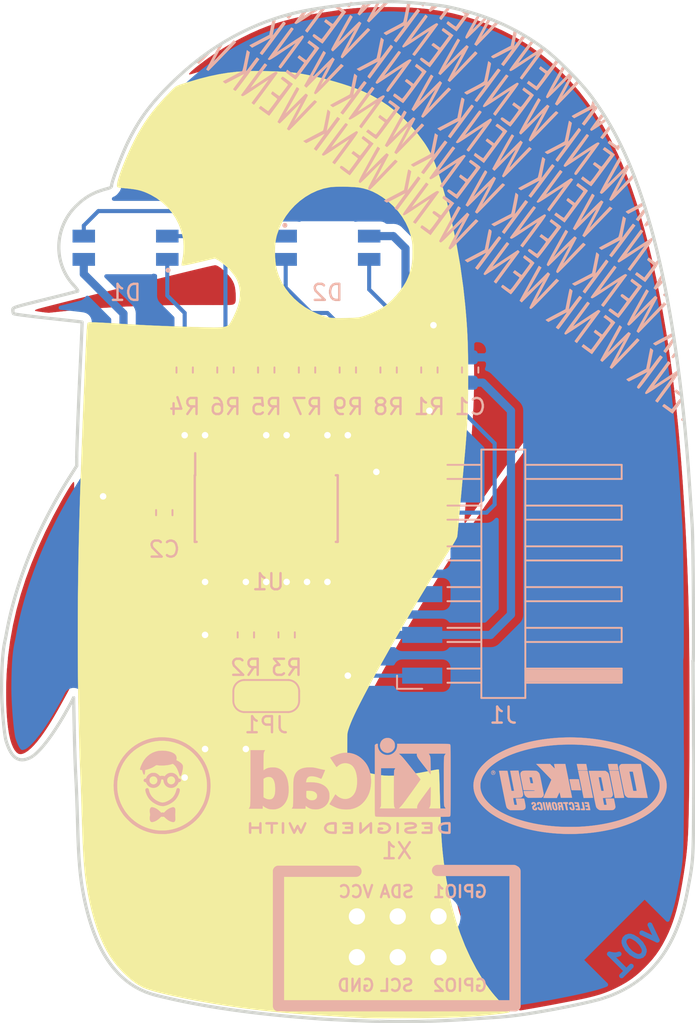
<source format=kicad_pcb>
(kicad_pcb (version 20171130) (host pcbnew "(5.1.0)-1")
  (title_block (title "Supercon 2019 Blink") (date 2019-09-30) (rev v01) (comment 2 creativecommons.org/licenses/by/4.0) (comment 3 "License: CC BY 4.0") (comment 4 "Author: Shawn Hymel"))
  (layers (0 F.Cu signal hide) (31 B.Cu signal hide) (34 B.Paste user) (35 F.Paste user) (36 B.SilkS user) (37 F.SilkS user hide) (38 B.Mask user) (39 F.Mask user hide) (44 Edge.Cuts user))
  (net 0 "")
  (net 1 VCC)
  (net 2 GND)
  (net 3 "Net-(D1-Pad4)")
  (net 4 "Net-(D1-Pad1)")
  (net 5 "Net-(D1-Pad3)")
  (net 6 "Net-(D2-Pad3)")
  (net 7 "Net-(D2-Pad1)")
  (net 8 "Net-(D2-Pad4)")
  (net 9 MISO)
  (net 10 SCK_SCL)
  (net 11 MOSI_SDA)
  (net 12 RST)
  (net 13 "Net-(JP1-Pad3)")
  (net 14 "Net-(JP1-Pad1)")
  (net 15 LED_A_RED)
  (net 16 LED_A_BLUE)
  (net 17 LED_A_GREEN)
  (net 18 LED_B_RED)
  (net 19 LED_B_BLUE)
  (net 20 LED_B_GREEN)
  (net 21 "Net-(U1-Pad12)")
  (net 22 "Net-(U1-Pad13)")
  (net 23 "Net-(X1-Pad5)")
  (net 24 "Net-(X1-Pad6)")
  (module footprints:led_sm_keepout (layer B.Cu) (at 134.747 78.74)
    (fp_text reference REF** hide)
    (fp_text value led_sm_keepout hide)
  )
  (module footprints:led_sm_keepout (layer B.Cu) (at 147.32 78.74)
    (fp_text reference REF** hide)
    (fp_text value led_sm_keepout hide)
  )
  (module footprints:gunter-back_silk (layer B.Cu) (at 148.59 95.25 180)
    (fp_text reference G*** hide)
    (fp_text value LOGO hide)
  )
  (module footprints:DigiKey-Logo_12x6mm_SilkScreen (layer B.Cu) (at 162.433 112.268 180)
    (fp_text reference G*** hide)
    (fp_text value LOGO hide)
  )
  (module Symbol:KiCad-Logo2_5mm_SilkScreen (layer B.Cu) (at 148.717 112.268 180)
    (fp_text reference REF** hide)
    (fp_text value KiCad-Logo2_5mm_SilkScreen hide)
  )
  (module footprints:Shawn-Logo_6x6mm_SilkScreen (layer B.Cu) (at 137.033 112.268 180)
    (fp_text reference G*** hide)
    (fp_text value LOGO hide)
  )
  (module footprints:gunter-outer (layer F.Cu) (at 148.59 94.996)
    (fp_text reference G*** hide)
    (fp_text value LOGO hide)
    (fp_poly (pts (xy -17.053342 -1.6249) (xy -17.048976 -1.55676) (xy -17.047651 -1.446637) (xy -17.049377 -1.292486) (xy -17.054161 -1.092265) (xy -17.062014 -0.84393) (xy -17.064647 -0.768768) (xy -17.079705 -0.312915) (xy -17.094103 0.189529) (xy -17.107784 0.73436) (xy -17.120692 1.317371) (xy -17.13277 1.934359) (xy -17.143962 2.581119) (xy -17.154212 3.253444) (xy -17.163463 3.947131) (xy -17.171658 4.657973) (xy -17.178742 5.381767) (xy -17.184657 6.114307) (xy -17.189347 6.851388) (xy -17.192756 7.588804) (xy -17.194827 8.322352) (xy -17.195501 8.974575) (xy -17.1958 10.97685) (xy -17.465447 11.476475) (xy -17.699821 11.907649) (xy -17.91512 12.296971) (xy -18.113836 12.648583) (xy -18.298463 12.966628) (xy -18.471493 13.255248) (xy -18.635417 13.518585) (xy -18.79273 13.760783) (xy -18.945923 13.985982) (xy -19.097489 14.198326) (xy -19.129336 14.241662) (xy -19.336288 14.508193) (xy -19.536348 14.738824) (xy -19.727604 14.93213) (xy -19.908143 15.086689) (xy -20.076053 15.201078) (xy -20.229421 15.273874) (xy -20.366335 15.303654) (xy -20.484882 15.288996) (xy -20.518108 15.27495) (xy -20.63509 15.189151) (xy -20.744763 15.055427) (xy -20.845987 14.876274) (xy -20.937621 14.654193) (xy -21.018525 14.39168) (xy -21.087559 14.091235) (xy -21.107655 13.983542) (xy -21.158547 13.647055) (xy -21.200582 13.267874) (xy -21.233522 12.853367) (xy -21.257129 12.410903) (xy -21.271165 11.947851) (xy -21.27539 11.471581) (xy -21.269569 10.989461) (xy -21.253461 10.508861) (xy -21.232463 10.1219) (xy -21.149062 9.168384) (xy -21.021104 8.215875) (xy -20.848129 7.262941) (xy -20.629682 6.30815) (xy -20.365304 5.350073) (xy -20.054538 4.387278) (xy -19.696925 3.418334) (xy -19.292009 2.441811) (xy -18.839332 1.456278) (xy -18.338436 0.460303) (xy -17.861227 -0.4191) (xy -17.685627 -0.729014) (xy -17.531207 -0.994738) (xy -17.398114 -1.216049) (xy -17.286492 -1.392723) (xy -17.196486 -1.524537) (xy -17.128241 -1.611268) (xy -17.081902 -1.652693) (xy -17.06074 -1.6531) (xy -17.053342 -1.6249)) (layer F.Cu) (width 0.01))
    (fp_poly (pts (xy 3.045976 -31.250136) (xy 3.515667 -31.237423) (xy 3.973624 -31.217181) (xy 4.0259 -31.214324) (xy 4.858588 -31.14446) (xy 5.685617 -31.028721) (xy 6.503412 -30.868268) (xy 7.308402 -30.664263) (xy 8.097013 -30.417868) (xy 8.865673 -30.130246) (xy 9.610807 -29.802558) (xy 10.328844 -29.435966) (xy 11.01621 -29.031633) (xy 11.296278 -28.849917) (xy 11.972108 -28.368028) (xy 12.620173 -27.843637) (xy 13.240411 -27.276819) (xy 13.832762 -26.667653) (xy 14.397166 -26.016214) (xy 14.933563 -25.322579) (xy 15.441892 -24.586825) (xy 15.922093 -23.80903) (xy 16.374107 -22.989269) (xy 16.797871 -22.12762) (xy 17.090372 -21.469804) (xy 17.386656 -20.739444) (xy 17.674307 -19.960822) (xy 17.952938 -19.135802) (xy 18.22216 -18.266248) (xy 18.481587 -17.354024) (xy 18.730833 -16.400995) (xy 18.969509 -15.409024) (xy 19.197229 -14.379976) (xy 19.413605 -13.315715) (xy 19.618252 -12.218105) (xy 19.81078 -11.089009) (xy 19.990804 -9.930293) (xy 20.157936 -8.74382) (xy 20.31179 -7.531455) (xy 20.451977 -6.295061) (xy 20.578111 -5.036503) (xy 20.63625 -4.3942) (xy 20.74671 -3.057425) (xy 20.848256 -1.682921) (xy 20.940186 -0.283095) (xy 21.021798 1.129651) (xy 21.09239 2.542911) (xy 21.151262 3.944281) (xy 21.197711 5.321357) (xy 21.209452 5.7404) (xy 21.219731 6.161611) (xy 21.22913 6.617676) (xy 21.237653 7.105421) (xy 21.245306 7.621671) (xy 21.252096 8.163252) (xy 21.258027 8.726991) (xy 21.263106 9.309712) (xy 21.267339 9.908244) (xy 21.27073 10.51941) (xy 21.273286 11.140038) (xy 21.275012 11.766953) (xy 21.275915 12.396982) (xy 21.275999 13.026949) (xy 21.275271 13.653682) (xy 21.273737 14.274006) (xy 21.271401 14.884747) (xy 21.26827 15.482732) (xy 21.26435 16.064785) (xy 21.259646 16.627734) (xy 21.254164 17.168403) (xy 21.24791 17.68362) (xy 21.240889 18.17021) (xy 21.233108 18.624999) (xy 21.224571 19.044813) (xy 21.215285 19.426478) (xy 21.205255 19.76682) (xy 21.194487 20.062666) (xy 21.183175 20.3073) (xy 21.162534 20.660127) (xy 21.138735 20.989609) (xy 21.110502 21.307495) (xy 21.076559 21.625535) (xy 21.035631 21.955478) (xy 20.986442 22.309076) (xy 20.927716 22.698078) (xy 20.914299 22.7838) (xy 20.825387 23.325494) (xy 20.735944 23.821245) (xy 20.644616 24.275903) (xy 20.550046 24.694316) (xy 20.45088 25.081335) (xy 20.34576 25.441811) (xy 20.233332 25.780591) (xy 20.11224 26.102527) (xy 19.981129 26.412468) (xy 19.838642 26.715264) (xy 19.786099 26.819931) (xy 19.591193 27.183267) (xy 19.394428 27.508877) (xy 19.186681 27.809316) (xy 18.95883 28.097136) (xy 18.701752 28.38489) (xy 18.492112 28.6004) (xy 18.199052 28.880457) (xy 17.915478 29.123971) (xy 17.628692 29.340099) (xy 17.325995 29.537998) (xy 16.99469 29.726824) (xy 16.766074 29.844992) (xy 16.524119 29.961648) (xy 16.286282 30.066685) (xy 16.045997 30.162098) (xy 15.796701 30.249879) (xy 15.531828 30.332024) (xy 15.244813 30.410525) (xy 14.929091 30.487378) (xy 14.578098 30.564574) (xy 14.185269 30.644109) (xy 14.0462 30.671043) (xy 13.824321 30.713617) (xy 13.588734 30.758847) (xy 13.352503 30.804222) (xy 13.12869 30.847233) (xy 12.930359 30.88537) (xy 12.7889 30.912594) (xy 12.660132 30.936965) (xy 12.495035 30.967558) (xy 12.302051 31.002865) (xy 12.089618 31.04138) (xy 11.866178 31.081594) (xy 11.640171 31.122) (xy 11.420037 31.161088) (xy 11.214216 31.197352) (xy 11.03115 31.229285) (xy 10.879277 31.255376) (xy 10.767039 31.274121) (xy 10.748229 31.277152) (xy 10.702877 31.270575) (xy 10.637444 31.236494) (xy 10.545643 31.171291) (xy 10.494229 31.130971) (xy 10.40854 31.059046) (xy 10.298035 30.961356) (xy 10.17386 30.848019) (xy 10.04716 30.729149) (xy 9.972938 30.6578) (xy 9.529946 30.193486) (xy 9.111401 29.685768) (xy 8.717838 29.136059) (xy 8.349794 28.545777) (xy 8.007804 27.916337) (xy 7.692403 27.249153) (xy 7.404128 26.545643) (xy 7.143514 25.80722) (xy 6.911097 25.035302) (xy 6.707412 24.231303) (xy 6.532996 23.39664) (xy 6.388385 22.532727) (xy 6.274112 21.640981) (xy 6.190716 20.722816) (xy 6.18553 20.6502) (xy 6.168376 20.371639) (xy 6.15269 20.050336) (xy 6.138665 19.69433) (xy 6.126492 19.311662) (xy 6.116363 18.910372) (xy 6.108471 18.498501) (xy 6.103007 18.08409) (xy 6.100163 17.675179) (xy 6.100132 17.279808) (xy 6.101054 17.112899) (xy 6.1087 16.077499) (xy 6.604 15.877893) (xy 7.006579 15.71228) (xy 7.368683 15.555628) (xy 7.698863 15.403589) (xy 8.00567 15.251812) (xy 8.297653 15.095947) (xy 8.583363 14.931644) (xy 8.87135 14.754554) (xy 9.091166 14.612577) (xy 9.515546 14.320618) (xy 9.925165 14.011579) (xy 10.329827 13.677488) (xy 10.739336 13.310373) (xy 11.015019 13.048067) (xy 11.521532 12.538545) (xy 11.98476 12.035057) (xy 12.410345 11.529967) (xy 12.80393 11.015641) (xy 13.171157 10.484444) (xy 13.517667 9.92874) (xy 13.849103 9.340897) (xy 14.07373 8.909031) (xy 14.348989 8.345742) (xy 14.594317 7.80525) (xy 14.812659 7.278536) (xy 15.00696 6.756579) (xy 15.180167 6.230362) (xy 15.335224 5.690865) (xy 15.475077 5.129069) (xy 15.602672 4.535955) (xy 15.720953 3.902504) (xy 15.734716 3.823035) (xy 15.771435 3.59038) (xy 15.807352 3.327309) (xy 15.841687 3.042615) (xy 15.873657 2.745092) (xy 15.902482 2.44353) (xy 15.927381 2.146725) (xy 15.947573 1.863467) (xy 15.962278 1.602551) (xy 15.970713 1.372769) (xy 15.972099 1.182914) (xy 15.971595 1.155999) (xy 15.968164 1.021348) (xy 15.964031 0.928548) (xy 15.957342 0.868664) (xy 15.94624 0.83276) (xy 15.928871 0.8119) (xy 15.90338 0.797149) (xy 15.896394 0.793786) (xy 15.810727 0.776691) (xy 15.732473 0.802148) (xy 15.677114 0.864347) (xy 15.671007 0.878383) (xy 15.663132 0.917976) (xy 15.651554 1.00224) (xy 15.636919 1.125234) (xy 15.619873 1.281016) (xy 15.601063 1.463644) (xy 15.581134 1.667176) (xy 15.560732 1.88567) (xy 15.557018 1.926588) (xy 15.524467 2.281821) (xy 15.494772 2.593286) (xy 15.46702 2.867878) (xy 15.440297 3.112488) (xy 15.41369 3.33401) (xy 15.386285 3.539336) (xy 15.357167 3.735359) (xy 15.325424 3.928972) (xy 15.290142 4.127068) (xy 15.250407 4.336541) (xy 15.211404 4.5339) (xy 15.057187 5.2291) (xy 14.876548 5.902821) (xy 14.666297 6.564156) (xy 14.423242 7.222197) (xy 14.144193 7.886035) (xy 13.825959 8.564763) (xy 13.727236 8.763) (xy 13.45251 9.287195) (xy 13.173529 9.776106) (xy 12.883964 10.238721) (xy 12.577484 10.684031) (xy 12.24776 11.121026) (xy 11.888463 11.558698) (xy 11.493263 12.006036) (xy 11.287421 12.228467) (xy 10.761341 12.76577) (xy 10.23465 13.255644) (xy 9.702851 13.701308) (xy 9.161448 14.105985) (xy 8.605943 14.472896) (xy 8.03184 14.805262) (xy 7.434642 15.106304) (xy 6.9977 15.301288) (xy 6.440458 15.519815) (xy 5.862358 15.712864) (xy 5.271772 15.87864) (xy 4.677072 16.015344) (xy 4.086628 16.12118) (xy 3.508814 16.194351) (xy 2.952001 16.233061) (xy 2.6289 16.238991) (xy 2.227306 16.22378) (xy 1.858377 16.180883) (xy 1.52374 16.111107) (xy 1.225021 16.015257) (xy 0.963846 15.894137) (xy 0.74184 15.748553) (xy 0.560631 15.57931) (xy 0.421845 15.387213) (xy 0.327107 15.173066) (xy 0.303352 15.0876) (xy 0.28512 14.971653) (xy 0.274352 14.8195) (xy 0.270907 14.645159) (xy 0.274638 14.462652) (xy 0.285403 14.285997) (xy 0.303057 14.129215) (xy 0.313868 14.065478) (xy 0.345624 13.923295) (xy 0.388 13.770588) (xy 0.442262 13.604647) (xy 0.509681 13.422759) (xy 0.591522 13.222213) (xy 0.689055 13.000298) (xy 0.803549 12.754302) (xy 0.936269 12.481514) (xy 1.088487 12.179221) (xy 1.261468 11.844714) (xy 1.456481 11.47528) (xy 1.674795 11.068208) (xy 1.917678 10.620787) (xy 1.968178 10.5283) (xy 2.636259 9.323921) (xy 3.329463 8.109134) (xy 4.044168 6.889644) (xy 4.776752 5.671153) (xy 5.523593 4.459367) (xy 6.281069 3.259989) (xy 7.045558 2.078724) (xy 7.813438 0.921274) (xy 8.581086 -0.206656) (xy 9.344881 -1.299362) (xy 10.101201 -2.35114) (xy 10.436019 -2.8067) (xy 10.615367 -3.05094) (xy 10.77841 -3.276823) (xy 10.922941 -3.481116) (xy 11.046756 -3.660587) (xy 11.147649 -3.812002) (xy 11.223415 -3.932128) (xy 11.271847 -4.017733) (xy 11.288714 -4.056691) (xy 11.28844 -4.135865) (xy 11.241562 -4.20804) (xy 11.172937 -4.256084) (xy 11.117205 -4.280875) (xy 11.081179 -4.278436) (xy 11.043602 -4.249997) (xy 10.999783 -4.202888) (xy 10.928656 -4.116223) (xy 10.83183 -3.992213) (xy 10.710913 -3.83307) (xy 10.567515 -3.641004) (xy 10.403245 -3.418225) (xy 10.21971 -3.166946) (xy 10.018521 -2.889377) (xy 9.801286 -2.587729) (xy 9.569614 -2.264212) (xy 9.325113 -1.921038) (xy 9.069393 -1.560418) (xy 8.804063 -1.184563) (xy 8.551647 -0.8255) (xy 8.390116 -0.595611) (xy 8.230932 -0.369715) (xy 8.077636 -0.152794) (xy 7.933769 0.050169) (xy 7.802871 0.234192) (xy 7.688485 0.394292) (xy 7.59415 0.525489) (xy 7.523408 0.622799) (xy 7.495593 0.6604) (xy 7.2771 0.9525) (xy 7.269865 0.7874) (xy 7.270238 0.718146) (xy 7.274968 0.606844) (xy 7.283505 0.462004) (xy 7.295298 0.292142) (xy 7.309799 0.105769) (xy 7.326456 -0.0886) (xy 7.326483 -0.0889) (xy 7.341526 -0.256424) (xy 7.360385 -0.466384) (xy 7.382327 -0.710621) (xy 7.406619 -0.980978) (xy 7.432527 -1.269294) (xy 7.459319 -1.567411) (xy 7.486261 -1.86717) (xy 7.512619 -2.160411) (xy 7.517059 -2.2098) (xy 7.572776 -2.836849) (xy 7.622922 -3.417588) (xy 7.667717 -3.956181) (xy 7.70738 -4.456786) (xy 7.74213 -4.923564) (xy 7.772186 -5.360677) (xy 7.797768 -5.772284) (xy 7.819093 -6.162547) (xy 7.836383 -6.535626) (xy 7.849855 -6.895682) (xy 7.859729 -7.246875) (xy 7.866223 -7.593366) (xy 7.869558 -7.939315) (xy 7.869952 -8.288884) (xy 7.867624 -8.646233) (xy 7.865543 -8.8265) (xy 7.847486 -9.724134) (xy 7.816879 -10.581264) (xy 7.772964 -11.406799) (xy 7.714983 -12.209645) (xy 7.642177 -12.998713) (xy 7.55379 -13.78291) (xy 7.449063 -14.571144) (xy 7.327238 -15.372323) (xy 7.288613 -15.6083) (xy 7.197252 -16.131962) (xy 7.09608 -16.664353) (xy 6.98626 -17.201206) (xy 6.868956 -17.738255) (xy 6.745333 -18.271231) (xy 6.616554 -18.795867) (xy 6.483784 -19.307896) (xy 6.348187 -19.80305) (xy 6.210926 -20.277062) (xy 6.073166 -20.725665) (xy 5.936071 -21.14459) (xy 5.800805 -21.529571) (xy 5.668532 -21.87634) (xy 5.540415 -22.18063) (xy 5.434765 -22.40446) (xy 5.218276 -22.793245) (xy 4.956371 -23.190753) (xy 4.652725 -23.592636) (xy 4.311013 -23.99455) (xy 3.934911 -24.392149) (xy 3.528093 -24.781087) (xy 3.1369 -25.12166) (xy 2.728976 -25.434476) (xy 2.274859 -25.73287) (xy 1.777386 -26.015709) (xy 1.239396 -26.281861) (xy 0.663725 -26.530192) (xy 0.053212 -26.759571) (xy -0.589307 -26.968865) (xy -1.260993 -27.156942) (xy -1.959008 -27.322668) (xy -2.680516 -27.464911) (xy -2.77578 -27.481599) (xy -3.072536 -27.531291) (xy -3.342424 -27.572657) (xy -3.59451 -27.606399) (xy -3.837862 -27.633219) (xy -4.081548 -27.653819) (xy -4.334633 -27.668899) (xy -4.606186 -27.679161) (xy -4.905275 -27.685306) (xy -5.240965 -27.688036) (xy -5.4483 -27.688335) (xy -5.810195 -27.686937) (xy -6.130646 -27.682467) (xy -6.418963 -27.674041) (xy -6.684457 -27.660779) (xy -6.936435 -27.641799) (xy -7.184208 -27.61622) (xy -7.437085 -27.583161) (xy -7.704376 -27.541739) (xy -7.99539 -27.491074) (xy -8.319437 -27.430284) (xy -8.4582 -27.403363) (xy -8.85728 -27.320447) (xy -9.209869 -27.236797) (xy -9.513946 -27.152897) (xy -9.5504 -27.141814) (xy -9.68328 -27.101545) (xy -9.775208 -27.075768) (xy -9.83353 -27.063219) (xy -9.865588 -27.062633) (xy -9.878726 -27.072745) (xy -9.8806 -27.084932) (xy -9.860231 -27.12611) (xy -9.80188 -27.192398) (xy -9.709685 -27.280501) (xy -9.587783 -27.387128) (xy -9.440311 -27.508984) (xy -9.271406 -27.642778) (xy -9.085204 -27.785214) (xy -8.885843 -27.933002) (xy -8.67746 -28.082846) (xy -8.464192 -28.231455) (xy -8.305184 -28.339011) (xy -7.757306 -28.690075) (xy -7.197676 -29.020748) (xy -6.633365 -29.327496) (xy -6.071444 -29.606783) (xy -5.518983 -29.855075) (xy -4.983055 -30.068834) (xy -4.5339 -30.224556) (xy -4.245286 -30.313052) (xy -3.92812 -30.403433) (xy -3.593365 -30.493014) (xy -3.251979 -30.579112) (xy -2.914925 -30.659041) (xy -2.593163 -30.730119) (xy -2.297653 -30.789661) (xy -2.0447 -30.834136) (xy -1.908578 -30.855594) (xy -1.731457 -30.883235) (xy -1.522569 -30.915635) (xy -1.291143 -30.951374) (xy -1.04641 -30.989027) (xy -0.797598 -31.027174) (xy -0.553938 -31.064391) (xy -0.32466 -31.099256) (xy -0.3048 -31.102267) (xy 0.01001 -31.143346) (xy 0.368365 -31.178328) (xy 0.763355 -31.207031) (xy 1.188069 -31.229279) (xy 1.635598 -31.244893) (xy 2.099032 -31.253692) (xy 2.571461 -31.2555) (xy 3.045976 -31.250136)) (layer F.Cu) (width 0.01))
  )
  (module footprints:gunter-silk (layer F.Cu) (at 148.59 95.25)
    (fp_text reference G*** hide)
    (fp_text value LOGO hide)
  )
  (module footprints:gunter-exposed_copper (layer F.Cu) (at 139.7 79.502)
    (fp_text reference G*** hide)
    (fp_text value LOGO hide)
    (fp_poly (pts (xy 0.726151 0.350638) (xy 0.843677 0.410211) (xy 0.98249 0.506308) (xy 1.138761 0.636319) (xy 1.28565 0.7747) (xy 1.470573 0.968469) (xy 1.615562 1.147809) (xy 1.725276 1.322625) (xy 1.804373 1.502821) (xy 1.857511 1.698301) (xy 1.889351 1.918969) (xy 1.90094 2.0828) (xy 1.908846 2.285833) (xy 1.908936 2.44436) (xy 1.899091 2.564354) (xy 1.877195 2.651788) (xy 1.841131 2.712635) (xy 1.78878 2.752869) (xy 1.718024 2.778461) (xy 1.649536 2.791969) (xy 1.600616 2.795526) (xy 1.505536 2.7985) (xy 1.368933 2.800871) (xy 1.195444 2.802618) (xy 0.989705 2.803718) (xy 0.756353 2.80415) (xy 0.500025 2.803895) (xy 0.225359 2.802928) (xy -0.06301 2.801231) (xy -0.1778 2.800369) (xy -1.818494 2.803064) (xy -3.441799 2.837235) (xy -5.042622 2.902645) (xy -6.615869 2.999057) (xy -8.156444 3.126232) (xy -9.0297 3.213643) (xy -9.201938 3.232011) (xy -9.361983 3.249053) (xy -9.501308 3.263862) (xy -9.611383 3.275532) (xy -9.683677 3.283157) (xy -9.7028 3.28515) (xy -9.758953 3.284775) (xy -9.85393 3.277604) (xy -9.976374 3.264752) (xy -10.11493 3.247336) (xy -10.179651 3.238287) (xy -10.314589 3.217916) (xy -10.431345 3.198614) (xy -10.520834 3.182015) (xy -10.573975 3.169752) (xy -10.584358 3.165509) (xy -10.586394 3.136042) (xy -10.537953 3.102339) (xy -10.439172 3.064477) (xy -10.37186 3.044269) (xy -10.260459 3.013763) (xy -10.102878 2.971973) (xy -9.902282 2.919687) (xy -9.661837 2.85769) (xy -9.384706 2.786769) (xy -9.074057 2.707712) (xy -8.733053 2.621306) (xy -8.36486 2.528336) (xy -7.972643 2.429592) (xy -7.559566 2.325858) (xy -7.128796 2.217922) (xy -6.683497 2.106572) (xy -6.226834 1.992593) (xy -5.761973 1.876773) (xy -5.292078 1.759899) (xy -4.820315 1.642758) (xy -4.349848 1.526136) (xy -3.883844 1.410821) (xy -3.425466 1.297599) (xy -2.977881 1.187258) (xy -2.544252 1.080583) (xy -2.127746 0.978363) (xy -1.731528 0.881384) (xy -1.358762 0.790433) (xy -1.012613 0.706296) (xy -0.696248 0.629762) (xy -0.41283 0.561616) (xy -0.165525 0.502646) (xy 0.042502 0.453638) (xy 0.129298 0.433463) (xy 0.276798 0.400091) (xy 0.410381 0.37121) (xy 0.520871 0.3487) (xy 0.599092 0.334437) (xy 0.633742 0.3302) (xy 0.726151 0.350638)) (layer F.Cu) (width 0.01))
  )
  (module footprints:gunter-sm_keepout (layer F.Cu) (at 139.7 79.502)
    (fp_text reference G*** hide)
    (fp_text value LOGO hide)
  )
  (module Capacitor_SMD:C_0603_1608Metric (layer B.Cu) (at 156.21 86.36 90)
    (fp_text reference C1 (at -2.286 0 180) (layer B.SilkS) (effects (justify mirror)))
    (fp_text value 10uF)
    (pad 1 smd roundrect (at -0.7875 0 90) (size 0.875 0.95) (layers B.Cu B.Paste B.Mask) (net 1 VCC))
    (pad 2 smd roundrect (at 0.7875 0 90) (size 0.875 0.95) (layers B.Cu B.Paste B.Mask) (net 2 GND))
  )
  (module Capacitor_SMD:C_0603_1608Metric (layer B.Cu) (at 137.16 95.25 270)
    (fp_text reference C2 (at 2.286 0) (layer B.SilkS) (effects (justify mirror)))
    (fp_text value 0.1uF)
    (pad 2 smd roundrect (at 0.7875 0 270) (size 0.875 0.95) (layers B.Cu B.Paste B.Mask) (net 2 GND))
    (pad 1 smd roundrect (at -0.7875 0 270) (size 0.875 0.95) (layers B.Cu B.Paste B.Mask) (net 1 VCC))
  )
  (module XZMDKCBDDG45S-9:XZMDKCBDDG45S-9 (layer B.Cu) (at 134.747 78.74)
    (fp_text reference D1 (at 0 2.794) (layer B.SilkS) (effects (justify mirror)))
    (fp_text value LED_RABG)
    (pad 4 smd rect (at 2.6 -0.725) (size 1.4 0.8) (layers B.Cu B.Paste B.Mask) (net 3 "Net-(D1-Pad4)"))
    (pad 1 smd rect (at 2.6 0.725) (size 1.4 0.8) (layers B.Cu B.Paste B.Mask) (net 4 "Net-(D1-Pad1)"))
    (pad 3 smd rect (at -2.6 -0.725) (size 1.4 0.8) (layers B.Cu B.Paste B.Mask) (net 5 "Net-(D1-Pad3)"))
    (pad 2 smd rect (at -2.6 0.725) (size 1.4 0.8) (layers B.Cu B.Paste B.Mask) (net 1 VCC))
  )
  (module XZMDKCBDDG45S-9:XZMDKCBDDG45S-9 (layer B.Cu) (at 147.32 78.74 180)
    (fp_text reference D2 (at 0 -2.794 180) (layer B.SilkS) (effects (justify mirror)))
    (fp_text value LED_RABG)
    (pad 2 smd rect (at -2.6 0.725 180) (size 1.4 0.8) (layers B.Cu B.Paste B.Mask) (net 1 VCC))
    (pad 3 smd rect (at -2.6 -0.725 180) (size 1.4 0.8) (layers B.Cu B.Paste B.Mask) (net 6 "Net-(D2-Pad3)"))
    (pad 1 smd rect (at 2.6 0.725 180) (size 1.4 0.8) (layers B.Cu B.Paste B.Mask) (net 7 "Net-(D2-Pad1)"))
    (pad 4 smd rect (at 2.6 -0.725 180) (size 1.4 0.8) (layers B.Cu B.Paste B.Mask) (net 8 "Net-(D2-Pad4)"))
  )
  (module Connector_Harwin:Harwin_M20-89006xx_1x06_P2.54mm_Horizontal (layer B.Cu) (at 158.75 99.06)
    (fp_text reference J1 (at -0.48 8.82) (layer B.SilkS) (effects (justify mirror)))
    (fp_text value Conn_01x06)
    (pad "" smd rect (at 3.895 6.35) (size 6 0.76) (layers B.SilkS))
    (pad 6 smd rect (at -5.525 -6.35) (size 2.5 1) (layers B.Cu B.Paste B.Mask) (net 2 GND))
    (pad 5 smd rect (at -5.525 -3.81) (size 2.5 1) (layers B.Cu B.Paste B.Mask) (net 12 RST))
    (pad 4 smd rect (at -5.525 -1.27) (size 2.5 1) (layers B.Cu B.Paste B.Mask) (net 11 MOSI_SDA))
    (pad 3 smd rect (at -5.525 1.27) (size 2.5 1) (layers B.Cu B.Paste B.Mask) (net 10 SCK_SCL))
    (pad 2 smd rect (at -5.525 3.81) (size 2.5 1) (layers B.Cu B.Paste B.Mask) (net 1 VCC))
    (pad 1 smd rect (at -5.525 6.35) (size 2.5 1) (layers B.Cu B.Paste B.Mask) (net 9 MISO))
  )
  (module footprints:SolderJumper-3_P1.3mm_Bridged123_RoundedPad1.0x1.5mm (layer B.Cu) (at 143.51 106.68)
    (fp_text reference JP1 (at 0 1.8) (layer B.SilkS) (effects (justify mirror)))
    (fp_text value SolderJumper_3_Bridged123)
    (fp_poly (pts (xy -0.9 0.3) (xy -0.4 0.3) (xy -0.4 -0.3) (xy -0.9 -0.3)) (layer B.Cu) (width 0))
    (fp_poly (pts (xy 0.35 0.3) (xy 0.85 0.3) (xy 0.85 -0.3) (xy 0.35 -0.3)) (layer B.Cu) (width 0))
    (pad 3 smd custom (at 1.3 0) (size 1 0.5) (layers B.Cu B.Mask) (net 13 "Net-(JP1-Pad3)") (options (clearance outline) (anchor rect)) (primitives (gr_circle (center 0 -0.25) (end 0.5 -0.25) (width 0)) (gr_circle (center 0 0.25) (end 0.5 0.25) (width 0)) (gr_poly (pts (xy -0.55 0.75) (xy 0 0.75) (xy 0 -0.75) (xy -0.55 -0.75)) (width 0))))
    (pad 2 smd rect (at 0 0) (size 1 1.5) (layers B.Cu B.Mask) (net 1 VCC))
    (pad 1 smd custom (at -1.3 0) (size 1 0.5) (layers B.Cu B.Mask) (net 14 "Net-(JP1-Pad1)") (options (clearance outline) (anchor rect)) (primitives (gr_circle (center 0 -0.25) (end 0.5 -0.25) (width 0)) (gr_circle (center 0 0.25) (end 0.5 0.25) (width 0)) (gr_poly (pts (xy 0.55 0.75) (xy 0 0.75) (xy 0 -0.75) (xy 0.55 -0.75)) (width 0))))
  )
  (module Resistor_SMD:R_0603_1608Metric (layer B.Cu) (at 153.67 86.36 270)
    (fp_text reference R1 (at 2.286 0) (layer B.SilkS) (effects (justify mirror)))
    (fp_text value 10k)
    (pad 2 smd roundrect (at 0.7875 0 270) (size 0.875 0.95) (layers B.Cu B.Paste B.Mask) (net 12 RST))
    (pad 1 smd roundrect (at -0.7875 0 270) (size 0.875 0.95) (layers B.Cu B.Paste B.Mask) (net 1 VCC))
  )
  (module Resistor_SMD:R_0603_1608Metric (layer B.Cu) (at 142.24 102.87 90)
    (fp_text reference R2 (at -2.032 0 180) (layer B.SilkS) (effects (justify mirror)))
    (fp_text value 4.7k)
    (pad 1 smd roundrect (at -0.7875 0 90) (size 0.875 0.95) (layers B.Cu B.Paste B.Mask) (net 14 "Net-(JP1-Pad1)"))
    (pad 2 smd roundrect (at 0.7875 0 90) (size 0.875 0.95) (layers B.Cu B.Paste B.Mask) (net 11 MOSI_SDA))
  )
  (module Resistor_SMD:R_0603_1608Metric (layer B.Cu) (at 144.78 102.87 90)
    (fp_text reference R3 (at -2.032 0 180) (layer B.SilkS) (effects (justify mirror)))
    (fp_text value 4.7k)
    (pad 2 smd roundrect (at 0.7875 0 90) (size 0.875 0.95) (layers B.Cu B.Paste B.Mask) (net 10 SCK_SCL))
    (pad 1 smd roundrect (at -0.7875 0 90) (size 0.875 0.95) (layers B.Cu B.Paste B.Mask) (net 13 "Net-(JP1-Pad3)"))
  )
  (module Resistor_SMD:R_0603_1608Metric (layer B.Cu) (at 138.43 86.36 270)
    (fp_text reference R4 (at 2.286 0) (layer B.SilkS) (effects (justify mirror)))
    (fp_text value 150)
    (pad 1 smd roundrect (at -0.7875 0 270) (size 0.875 0.95) (layers B.Cu B.Paste B.Mask) (net 4 "Net-(D1-Pad1)"))
    (pad 2 smd roundrect (at 0.7875 0 270) (size 0.875 0.95) (layers B.Cu B.Paste B.Mask) (net 15 LED_A_RED))
  )
  (module Resistor_SMD:R_0603_1608Metric (layer B.Cu) (at 143.51 86.36 270)
    (fp_text reference R5 (at 2.286 0) (layer B.SilkS) (effects (justify mirror)))
    (fp_text value 100)
    (pad 2 smd roundrect (at 0.7875 0 270) (size 0.875 0.95) (layers B.Cu B.Paste B.Mask) (net 16 LED_A_BLUE))
    (pad 1 smd roundrect (at -0.7875 0 270) (size 0.875 0.95) (layers B.Cu B.Paste B.Mask) (net 5 "Net-(D1-Pad3)"))
  )
  (module Resistor_SMD:R_0603_1608Metric (layer B.Cu) (at 140.97 86.36 270)
    (fp_text reference R6 (at 2.286 0) (layer B.SilkS) (effects (justify mirror)))
    (fp_text value 100)
    (pad 1 smd roundrect (at -0.7875 0 270) (size 0.875 0.95) (layers B.Cu B.Paste B.Mask) (net 3 "Net-(D1-Pad4)"))
    (pad 2 smd roundrect (at 0.7875 0 270) (size 0.875 0.95) (layers B.Cu B.Paste B.Mask) (net 17 LED_A_GREEN))
  )
  (module Resistor_SMD:R_0603_1608Metric (layer B.Cu) (at 146.05 86.36 270)
    (fp_text reference R7 (at 2.286 0) (layer B.SilkS) (effects (justify mirror)))
    (fp_text value 150)
    (pad 1 smd roundrect (at -0.7875 0 270) (size 0.875 0.95) (layers B.Cu B.Paste B.Mask) (net 7 "Net-(D2-Pad1)"))
    (pad 2 smd roundrect (at 0.7875 0 270) (size 0.875 0.95) (layers B.Cu B.Paste B.Mask) (net 18 LED_B_RED))
  )
  (module Resistor_SMD:R_0603_1608Metric (layer B.Cu) (at 151.13 86.36 270)
    (fp_text reference R8 (at 2.286 0) (layer B.SilkS) (effects (justify mirror)))
    (fp_text value 100)
    (pad 2 smd roundrect (at 0.7875 0 270) (size 0.875 0.95) (layers B.Cu B.Paste B.Mask) (net 19 LED_B_BLUE))
    (pad 1 smd roundrect (at -0.7875 0 270) (size 0.875 0.95) (layers B.Cu B.Paste B.Mask) (net 6 "Net-(D2-Pad3)"))
  )
  (module Resistor_SMD:R_0603_1608Metric (layer B.Cu) (at 148.59 86.36 270)
    (fp_text reference R9 (at 2.286 0) (layer B.SilkS) (effects (justify mirror)))
    (fp_text value 100)
    (pad 1 smd roundrect (at -0.7875 0 270) (size 0.875 0.95) (layers B.Cu B.Paste B.Mask) (net 8 "Net-(D2-Pad4)"))
    (pad 2 smd roundrect (at 0.7875 0 270) (size 0.875 0.95) (layers B.Cu B.Paste B.Mask) (net 20 LED_B_GREEN))
  )
  (module Package_SO:SOIC-14_3.9x8.7mm_P1.27mm (layer B.Cu) (at 143.51 94.996 270)
    (fp_text reference U1 (at 4.572 -0.127) (layer B.SilkS) (effects (justify mirror)))
    (fp_text value ATtiny84A-SSU)
    (pad 14 smd rect (at 2.7 3.81 270) (size 1.5 0.6) (layers B.Cu B.Paste B.Mask) (net 2 GND))
    (pad 13 smd rect (at 2.7 2.54 270) (size 1.5 0.6) (layers B.Cu B.Paste B.Mask) (net 22 "Net-(U1-Pad13)"))
    (pad 12 smd rect (at 2.7 1.27 270) (size 1.5 0.6) (layers B.Cu B.Paste B.Mask) (net 21 "Net-(U1-Pad12)"))
    (pad 11 smd rect (at 2.7 0 270) (size 1.5 0.6) (layers B.Cu B.Paste B.Mask) (net 20 LED_B_GREEN))
    (pad 10 smd rect (at 2.7 -1.27 270) (size 1.5 0.6) (layers B.Cu B.Paste B.Mask) (net 19 LED_B_BLUE))
    (pad 9 smd rect (at 2.7 -2.54 270) (size 1.5 0.6) (layers B.Cu B.Paste B.Mask) (net 10 SCK_SCL))
    (pad 8 smd rect (at 2.7 -3.81 270) (size 1.5 0.6) (layers B.Cu B.Paste B.Mask) (net 9 MISO))
    (pad 7 smd rect (at -2.7 -3.81 270) (size 1.5 0.6) (layers B.Cu B.Paste B.Mask) (net 11 MOSI_SDA))
    (pad 6 smd rect (at -2.7 -2.54 270) (size 1.5 0.6) (layers B.Cu B.Paste B.Mask) (net 18 LED_B_RED))
    (pad 5 smd rect (at -2.7 -1.27 270) (size 1.5 0.6) (layers B.Cu B.Paste B.Mask) (net 15 LED_A_RED))
    (pad 4 smd rect (at -2.7 0 270) (size 1.5 0.6) (layers B.Cu B.Paste B.Mask) (net 12 RST))
    (pad 3 smd rect (at -2.7 1.27 270) (size 1.5 0.6) (layers B.Cu B.Paste B.Mask) (net 16 LED_A_BLUE))
    (pad 2 smd rect (at -2.7 2.54 270) (size 1.5 0.6) (layers B.Cu B.Paste B.Mask) (net 17 LED_A_GREEN))
    (pad 1 smd rect (at -2.7 3.81 270) (size 1.5 0.6) (layers B.Cu B.Paste B.Mask) (net 1 VCC))
  )
  (module footprints:Badgelife-SAOv169-SAO-2x3_nopin1 (layer F.Cu) (at 151.638 121.666)
    (fp_text reference X1 (at 0 -5.334) (layer B.SilkS) (effects (justify mirror)))
    (fp_text value Badgelife_sao_connector_v169bis)
    (fp_text user GPIO2 (at 3.937 3.048) (layer B.SilkS) (effects (font (size 0.75 0.75)) (justify mirror)))
    (fp_text user SCL (at 0 3.048) (layer B.SilkS) (effects (font (size 0.75 0.75)) (justify mirror)))
    (fp_text user GND (at -2.54 3.048 unlocked) (layer B.SilkS) (effects (font (size 0.75 0.75)) (justify mirror)))
    (fp_text user GPIO1 (at 3.937 -2.794 unlocked) (layer B.SilkS) (effects (font (size 0.75 0.75)) (justify mirror)))
    (fp_text user SDA (at 0 -2.794 unlocked) (layer B.SilkS) (effects (font (size 0.75 0.75)) (justify mirror)))
    (fp_text user VCC (at -2.54 -2.794 unlocked) (layer B.SilkS) (effects (font (size 0.75 0.75)) (justify mirror)))
    (pad 2 thru_hole rect (at -2.48 1.29 270) (size 1.7272 1.7272) (drill 1.016) (layers *.Cu *.Mask) (net 2 GND))
    (pad 1 thru_hole oval (at -2.48 -1.25 270) (size 1.7272 1.7272) (drill 1.016) (layers *.Cu *.Mask) (net 1 VCC))
    (pad 4 thru_hole oval (at 0.06 1.29 270) (size 1.7272 1.7272) (drill 1.016) (layers *.Cu *.Mask) (net 10 SCK_SCL))
    (pad 3 thru_hole oval (at 0.06 -1.25 270) (size 1.7272 1.7272) (drill 1.016) (layers *.Cu *.Mask) (net 11 MOSI_SDA))
    (pad 6 thru_hole circle (at 2.6 1.29 270) (size 1.7272 1.7272) (drill 1.016) (layers *.Cu *.Mask) (net 24 "Net-(X1-Pad6)"))
    (pad 5 thru_hole circle (at 2.6 -1.25 270) (size 1.7272 1.7272) (drill 1.016) (layers *.Cu *.Mask) (net 23 "Net-(X1-Pad5)"))
  )
  (gr_text v01 (at 166.37 122.428 45) (layer B.Cu) (effects (font (size 1.5 1.5) (thickness 0.3)) (justify mirror)))
  (gr_line (start 151.359117 63.398274) (end 151.359122 63.398644) (layer Edge.Cuts) (width 0.2))
  (gr_curve (pts (xy 154.846263 63.728714) (xy 154.088931 63.568484) (xy 151.907609 63.400424) (xy 151.359117 63.398274)) (layer Edge.Cuts) (width 0.2))
  (gr_curve (pts (xy 160.804693 66.326154) (xy 159.053779 65.030354) (xy 157.219959 64.230914) (xy 154.846263 63.728714)) (layer Edge.Cuts) (width 0.2))
  (gr_curve (pts (xy 163.720885 69.262624) (xy 163.091549 68.417273) (xy 161.597233 66.912703) (xy 160.804693 66.326154)) (layer Edge.Cuts) (width 0.2))
  (gr_curve (pts (xy 167.47405 77.506383) (xy 166.487884 73.953133) (xy 165.346408 71.446043) (xy 163.720885 69.262624)) (layer Edge.Cuts) (width 0.2))
  (gr_curve (pts (xy 169.878573 93.642403) (xy 169.458247 87.222692) (xy 168.632578 81.680663) (xy 167.47405 77.506383)) (layer Edge.Cuts) (width 0.2))
  (gr_curve (pts (xy 170.033542 95.981143) (xy 169.997882 95.450583) (xy 169.928046 94.398073) (xy 169.878573 93.642403)) (layer Edge.Cuts) (width 0.2))
  (gr_curve (pts (xy 170.086382 104.487901) (xy 170.158102 105.303132) (xy 170.106992 97.074273) (xy 170.033542 95.981143)) (layer Edge.Cuts) (width 0.2))
  (gr_curve (pts (xy 170.120662 109.648562) (xy 170.125762 107.969552) (xy 170.089812 106.238862) (xy 170.086382 104.487901)) (layer Edge.Cuts) (width 0.2))
  (gr_curve (pts (xy 170.128862 113.054612) (xy 170.138912 111.424232) (xy 170.134662 110.097522) (xy 170.120662 109.648562)) (layer Edge.Cuts) (width 0.2))
  (gr_curve (pts (xy 169.703591 119.018872) (xy 170.11339 116.912502) (xy 170.10427 117.043532) (xy 170.128862 113.054612)) (layer Edge.Cuts) (width 0.2))
  (gr_curve (pts (xy 164.460374 125.527321) (xy 167.308494 124.619221) (xy 169.029716 122.482582) (xy 169.703591 119.018872)) (layer Edge.Cuts) (width 0.2))
  (gr_curve (pts (xy 160.228022 126.414421) (xy 161.845898 126.148501) (xy 163.790957 125.740741) (xy 164.460374 125.527321)) (layer Edge.Cuts) (width 0.2))
  (gr_curve (pts (xy 155.807136 126.844051) (xy 157.919642 126.686611) (xy 158.330986 126.726231) (xy 160.228022 126.414421)) (layer Edge.Cuts) (width 0.2))
  (gr_curve (pts (xy 153.553982 126.944421) (xy 153.797149 126.955521) (xy 154.931961 126.897821) (xy 155.807136 126.844051)) (layer Edge.Cuts) (width 0.2))
  (gr_curve (pts (xy 150.573896 126.950421) (xy 151.449872 126.982321) (xy 152.787423 126.973521) (xy 153.553982 126.944421)) (layer Edge.Cuts) (width 0.2))
  (gr_curve (pts (xy 146.977863 126.811591) (xy 147.42988 126.843891) (xy 150.605254 126.981761) (xy 150.573896 126.950421)) (layer Edge.Cuts) (width 0.2))
  (gr_line (start 146.977863 126.811961) (end 146.977863 126.811591) (layer Edge.Cuts) (width 0.2))
  (gr_curve (pts (xy 136.633186 125.328571) (xy 139.460288 126.042111) (xy 142.693958 126.505951) (xy 146.977863 126.811961)) (layer Edge.Cuts) (width 0.2))
  (gr_curve (pts (xy 132.154453 119.191962) (xy 132.854896 122.721872) (xy 134.333683 124.748201) (xy 136.633186 125.328571)) (layer Edge.Cuts) (width 0.2))
  (gr_curve (pts (xy 131.762392 114.690392) (xy 131.818702 116.885162) (xy 131.91425 117.981442) (xy 132.154453 119.191962)) (layer Edge.Cuts) (width 0.2))
  (gr_curve (pts (xy 131.652413 111.737892) (xy 131.683763 112.220222) (xy 131.733093 113.548872) (xy 131.762392 114.690392)) (layer Edge.Cuts) (width 0.2))
  (gr_curve (pts (xy 131.554573 108.821772) (xy 131.576912 109.943282) (xy 131.621052 111.255562) (xy 131.652413 111.737892)) (layer Edge.Cuts) (width 0.2))
  (gr_line (start 131.514232 106.782772) (end 131.554573 108.821772) (layer Edge.Cuts) (width 0.2))
  (gr_line (start 131.400328 107.009372) (end 131.514232 106.782772) (layer Edge.Cuts) (width 0.2))
  (gr_curve (pts (xy 130.932921 107.850092) (xy 131.127671 107.512452) (xy 131.337854 107.134052) (xy 131.400328 107.009372)) (layer Edge.Cuts) (width 0.2))
  (gr_curve (pts (xy 128.777289 110.537112) (xy 129.29138 110.304022) (xy 130.095607 109.301742) (xy 130.932921 107.850092)) (layer Edge.Cuts) (width 0.2))
  (gr_curve (pts (xy 127.31116 109.486922) (xy 127.638469 110.539412) (xy 128.077911 110.854222) (xy 128.777289 110.537112)) (layer Edge.Cuts) (width 0.2))
  (gr_curve (pts (xy 127.029431 106.157232) (xy 127.025531 107.151992) (xy 127.176683 109.054502) (xy 127.31116 109.486922)) (layer Edge.Cuts) (width 0.2))
  (gr_curve (pts (xy 127.310088 102.891412) (xy 127.253148 103.280562) (xy 127.039131 103.652402) (xy 127.029431 106.157232)) (layer Edge.Cuts) (width 0.2))
  (gr_curve (pts (xy 131.238574 93.076123) (xy 129.247533 96.231053) (xy 127.870529 99.671532) (xy 127.310088 102.891412)) (layer Edge.Cuts) (width 0.2))
  (gr_line (start 131.708835 92.331392) (end 131.238574 93.076123) (layer Edge.Cuts) (width 0.2))
  (gr_line (start 131.70847 91.774003) (end 131.708835 92.331392) (layer Edge.Cuts) (width 0.2))
  (gr_curve (pts (xy 131.971273 85.138883) (xy 131.832293 88.045752) (xy 131.708182 91.182572) (xy 131.70847 91.774003)) (layer Edge.Cuts) (width 0.2))
  (gr_curve (pts (xy 132.038402 83.370723) (xy 132.047603 83.379723) (xy 132.017313 84.175653) (xy 131.971273 85.138883)) (layer Edge.Cuts) (width 0.2))
  (gr_curve (pts (xy 130.621907 83.207303) (xy 131.391697 83.288003) (xy 132.029158 83.361493) (xy 132.038402 83.370723)) (layer Edge.Cuts) (width 0.2))
  (gr_curve (pts (xy 127.777844 82.849373) (xy 127.846544 82.891773) (xy 129.013708 83.038693) (xy 130.621907 83.207303)) (layer Edge.Cuts) (width 0.2))
  (gr_curve (pts (xy 127.730364 82.652773) (xy 127.730364 82.744873) (xy 127.751754 82.833263) (xy 127.777844 82.849373)) (layer Edge.Cuts) (width 0.2))
  (gr_curve (pts (xy 129.894921 81.921253) (xy 127.60373 82.489393) (xy 127.730364 82.446653) (xy 127.730364 82.652773)) (layer Edge.Cuts) (width 0.2))
  (gr_curve (pts (xy 131.75847 81.450923) (xy 131.715001 81.466223) (xy 130.876298 81.677873) (xy 129.894921 81.921253)) (layer Edge.Cuts) (width 0.2))
  (gr_curve (pts (xy 131.507809 81.066963) (xy 131.728884 81.305602) (xy 131.811463 81.432233) (xy 131.75847 81.450923)) (layer Edge.Cuts) (width 0.2))
  (gr_curve (pts (xy 131.64528 76.159663) (xy 130.296504 77.507583) (xy 130.235374 79.693453) (xy 131.507809 81.066963)) (layer Edge.Cuts) (width 0.2))
  (gr_curve (pts (xy 133.624519 75.051673) (xy 132.774617 75.269153) (xy 132.232724 75.572603) (xy 131.64528 76.159663)) (layer Edge.Cuts) (width 0.2))
  (gr_curve (pts (xy 133.873399 74.887883) (xy 133.873264 74.956683) (xy 133.795229 75.007993) (xy 133.624519 75.051673)) (layer Edge.Cuts) (width 0.2))
  (gr_curve (pts (xy 134.894619 72.156983) (xy 134.505134 72.952063) (xy 133.873865 74.640083) (xy 133.873399 74.887883)) (layer Edge.Cuts) (width 0.2))
  (gr_curve (pts (xy 137.798672 68.298444) (xy 136.379965 69.659294) (xy 135.630251 70.655243) (xy 134.894619 72.156983)) (layer Edge.Cuts) (width 0.2))
  (gr_curve (pts (xy 146.334431 63.892514) (xy 143.140781 64.436214) (xy 140.292294 65.906504) (xy 137.798672 68.298444)) (layer Edge.Cuts) (width 0.2))
  (gr_curve (pts (xy 151.359122 63.398644) (xy 150.640569 63.395644) (xy 148.601468 63.506564) (xy 146.334431 63.892514)) (layer Edge.Cuts) (width 0.2))
  (segment (start 137.16 94.4625) (end 139.2175 94.4625) (width 0.508) (layer B.Cu) (net 1))
  (segment (start 139.7 93.98) (end 139.7 92.296) (width 0.508) (layer B.Cu) (net 1))
  (segment (start 139.2175 94.4625) (end 139.7 93.98) (width 0.508) (layer B.Cu) (net 1))
  (segment (start 152.183 84.0855) (end 153.67 85.5725) (width 0.508) (layer B.Cu) (net 1))
  (segment (start 152.183 78.777) (end 152.183 84.0855) (width 0.508) (layer B.Cu) (net 1))
  (segment (start 149.92 78.015) (end 151.421 78.015) (width 0.508) (layer B.Cu) (net 1))
  (segment (start 151.421 78.015) (end 152.183 78.777) (width 0.508) (layer B.Cu) (net 1))
  (segment (start 153.225 102.87) (end 157.48 102.87) (width 0.508) (layer B.Cu) (net 1))
  (segment (start 157.48 102.87) (end 158.75 101.6) (width 0.508) (layer B.Cu) (net 1))
  (segment (start 132.147 79.465) (end 132.147 80.373) (width 0.508) (layer B.Cu) (net 1))
  (segment (start 132.147 80.373) (end 134.62 82.846) (width 0.508) (layer B.Cu) (net 1))
  (segment (start 134.6455 94.4625) (end 134.62 94.488) (width 0.508) (layer B.Cu) (net 1))
  (segment (start 137.16 94.4625) (end 134.6455 94.4625) (width 0.508) (layer B.Cu) (net 1))
  (segment (start 134.62 82.846) (end 134.62 94.488) (width 0.508) (layer B.Cu) (net 1))
  (segment (start 134.62 104.14) (end 139.192 108.712) (width 0.508) (layer B.Cu) (net 1))
  (segment (start 134.62 94.488) (end 134.62 104.14) (width 0.508) (layer B.Cu) (net 1))
  (segment (start 143.51 106.68) (end 143.51 108.712) (width 0.508) (layer B.Cu) (net 1))
  (segment (start 149.158 120.416) (end 140.97 112.228) (width 0.508) (layer B.Cu) (net 1))
  (segment (start 140.97 110.49) (end 140.97 108.712) (width 0.508) (layer B.Cu) (net 1))
  (segment (start 140.97 112.228) (end 140.97 110.49) (width 0.508) (layer B.Cu) (net 1))
  (segment (start 139.192 108.712) (end 140.97 108.712) (width 0.508) (layer B.Cu) (net 1))
  (segment (start 140.97 108.712) (end 143.51 108.712) (width 0.508) (layer B.Cu) (net 1))
  (segment (start 150.876 102.87) (end 153.225 102.87) (width 0.508) (layer B.Cu) (net 1))
  (segment (start 148.59 102.87) (end 150.876 102.87) (width 0.508) (layer B.Cu) (net 1))
  (segment (start 146.558 104.902) (end 148.59 102.87) (width 0.508) (layer B.Cu) (net 1))
  (segment (start 146.558 107.188) (end 146.558 104.902) (width 0.508) (layer B.Cu) (net 1))
  (segment (start 143.51 108.712) (end 145.034 108.712) (width 0.508) (layer B.Cu) (net 1))
  (segment (start 145.034 108.712) (end 146.558 107.188) (width 0.508) (layer B.Cu) (net 1))
  (segment (start 156.21 87.1475) (end 155.2195 87.1475) (width 0.508) (layer B.Cu) (net 1))
  (segment (start 155.2195 87.1475) (end 154.94 86.868) (width 0.508) (layer B.Cu) (net 1))
  (segment (start 153.67 85.5725) (end 154.6605 85.5725) (width 0.508) (layer B.Cu) (net 1))
  (segment (start 154.6605 85.5725) (end 154.94 85.852) (width 0.508) (layer B.Cu) (net 1))
  (segment (start 154.94 85.852) (end 154.94 86.868) (width 0.508) (layer B.Cu) (net 1))
  (segment (start 156.21 87.1475) (end 156.9975 87.1475) (width 0.508) (layer B.Cu) (net 1))
  (segment (start 156.9975 87.1475) (end 158.75 88.9) (width 0.508) (layer B.Cu) (net 1))
  (segment (start 158.75 88.9) (end 158.75 101.6) (width 0.508) (layer B.Cu) (net 1))
  (via (at 139.7 99.568) (size 0.9144) (drill 0.4064) (layers F.Cu B.Cu) (net 2))
  (segment (start 139.7 97.696) (end 139.7 99.568) (width 0.254) (layer B.Cu) (net 2))
  (via (at 139.7 102.87) (size 0.9144) (drill 0.4064) (layers F.Cu B.Cu) (net 2))
  (segment (start 139.7 99.568) (end 139.7 102.87) (width 0.508) (layer F.Cu) (net 2))
  (via (at 139.7 109.982) (size 0.9144) (drill 0.4064) (layers F.Cu B.Cu) (net 2))
  (segment (start 139.7 102.87) (end 139.7 109.982) (width 0.508) (layer F.Cu) (net 2))
  (segment (start 139.7 110.628578) (end 139.7 109.982) (width 0.508) (layer B.Cu) (net 2))
  (segment (start 139.7 114.8696) (end 139.7 110.628578) (width 0.508) (layer B.Cu) (net 2))
  (segment (start 147.7864 122.956) (end 139.7 114.8696) (width 0.508) (layer B.Cu) (net 2))
  (segment (start 149.158 122.956) (end 147.7864 122.956) (width 0.508) (layer B.Cu) (net 2))
  (via (at 150.368 92.71) (size 0.9144) (drill 0.4064) (layers F.Cu B.Cu) (net 2))
  (segment (start 150.368 90.17) (end 150.368 92.71) (width 0.508) (layer F.Cu) (net 2))
  (segment (start 146.05 90.795962) (end 146.05 90.126446) (width 0.508) (layer F.Cu) (net 2))
  (segment (start 146.05 90.126446) (end 147.022446 89.154) (width 0.508) (layer F.Cu) (net 2))
  (segment (start 147.022446 89.154) (end 149.352 89.154) (width 0.508) (layer F.Cu) (net 2))
  (segment (start 149.352 89.154) (end 150.368 90.17) (width 0.508) (layer F.Cu) (net 2))
  (via (at 138.43 90.424) (size 0.9144) (drill 0.4064) (layers F.Cu B.Cu) (net 2))
  (segment (start 139.7 97.145962) (end 139.7 99.568) (width 0.508) (layer F.Cu) (net 2))
  (segment (start 138.43 95.875962) (end 139.7 97.145962) (width 0.508) (layer F.Cu) (net 2))
  (segment (start 144.135962 92.71) (end 146.05 90.795962) (width 0.508) (layer F.Cu) (net 2))
  (segment (start 138.43 92.71) (end 144.135962 92.71) (width 0.508) (layer F.Cu) (net 2))
  (segment (start 138.43 90.424) (end 138.43 92.71) (width 0.508) (layer F.Cu) (net 2))
  (via (at 153.924 83.566) (size 0.9144) (drill 0.4064) (layers F.Cu B.Cu) (net 2))
  (segment (start 150.114 87.376) (end 153.924 83.566) (width 0.508) (layer F.Cu) (net 2))
  (segment (start 140.462 87.376) (end 150.114 87.376) (width 0.508) (layer F.Cu) (net 2))
  (segment (start 138.43 90.424) (end 138.43 89.408) (width 0.508) (layer F.Cu) (net 2))
  (segment (start 138.43 89.408) (end 140.462 87.376) (width 0.508) (layer F.Cu) (net 2))
  (via (at 133.35 94.234) (size 0.9144) (drill 0.4064) (layers F.Cu B.Cu) (net 2))
  (segment (start 138.43 94.234) (end 133.35 94.234) (width 0.508) (layer F.Cu) (net 2))
  (segment (start 138.43 94.234) (end 138.43 95.875962) (width 0.508) (layer F.Cu) (net 2))
  (segment (start 138.43 92.71) (end 138.43 94.234) (width 0.508) (layer F.Cu) (net 2))
  (segment (start 137.347 78.015) (end 139.991 78.015) (width 0.254) (layer B.Cu) (net 3))
  (segment (start 139.991 78.015) (end 140.97 78.994) (width 0.254) (layer B.Cu) (net 3))
  (segment (start 140.97 78.994) (end 140.97 85.5725) (width 0.254) (layer B.Cu) (net 3))
  (segment (start 137.347 79.465) (end 137.347 81.721) (width 0.254) (layer B.Cu) (net 4))
  (segment (start 138.43 82.804) (end 137.347 81.721) (width 0.254) (layer B.Cu) (net 4))
  (segment (start 138.43 85.5725) (end 138.43 82.804) (width 0.254) (layer B.Cu) (net 4))
  (segment (start 132.147 77.361) (end 133.054 76.454) (width 0.254) (layer B.Cu) (net 5))
  (segment (start 143.51 83.312) (end 143.51 85.5725) (width 0.254) (layer B.Cu) (net 5))
  (segment (start 132.147 78.015) (end 132.147 77.361) (width 0.254) (layer B.Cu) (net 5))
  (segment (start 133.054 76.454) (end 139.954 76.454) (width 0.254) (layer B.Cu) (net 5))
  (segment (start 139.954 76.454) (end 142.24 78.74) (width 0.254) (layer B.Cu) (net 5))
  (segment (start 142.24 78.74) (end 142.24 82.042) (width 0.254) (layer B.Cu) (net 5))
  (segment (start 142.24 82.042) (end 143.51 83.312) (width 0.254) (layer B.Cu) (net 5))
  (segment (start 149.92 79.465) (end 149.92 81.34) (width 0.254) (layer B.Cu) (net 6))
  (segment (start 149.92 81.34) (end 151.13 82.55) (width 0.254) (layer B.Cu) (net 6))
  (segment (start 151.13 82.55) (end 151.13 85.5725) (width 0.254) (layer B.Cu) (net 6))
  (segment (start 144.211991 83.734491) (end 146.05 85.5725) (width 0.254) (layer B.Cu) (net 7))
  (segment (start 144.211991 82.743991) (end 144.211991 83.734491) (width 0.254) (layer B.Cu) (net 7))
  (segment (start 143.002 81.534) (end 144.211991 82.743991) (width 0.254) (layer B.Cu) (net 7))
  (segment (start 143.002 78.486) (end 143.002 81.534) (width 0.254) (layer B.Cu) (net 7))
  (segment (start 144.72 78.015) (end 143.473 78.015) (width 0.254) (layer B.Cu) (net 7))
  (segment (start 143.473 78.015) (end 143.002 78.486) (width 0.254) (layer B.Cu) (net 7))
  (segment (start 148.59 84.074) (end 148.59 85.5725) (width 0.254) (layer B.Cu) (net 8))
  (segment (start 147.32 82.804) (end 148.59 84.074) (width 0.254) (layer B.Cu) (net 8))
  (segment (start 146.304 82.804) (end 147.32 82.804) (width 0.254) (layer B.Cu) (net 8))
  (segment (start 144.72 79.465) (end 144.72 81.22) (width 0.254) (layer B.Cu) (net 8))
  (segment (start 144.72 81.22) (end 146.304 82.804) (width 0.254) (layer B.Cu) (net 8))
  (via (at 147.32 99.568) (size 0.9144) (drill 0.4064) (layers F.Cu B.Cu) (net 9))
  (segment (start 147.32 97.696) (end 147.32 99.568) (width 0.254) (layer B.Cu) (net 9))
  (via (at 148.59 105.41) (size 0.9144) (drill 0.4064) (layers F.Cu B.Cu) (net 9))
  (segment (start 147.32 99.568) (end 147.32 104.14) (width 0.254) (layer F.Cu) (net 9))
  (segment (start 147.32 104.14) (end 148.59 105.41) (width 0.254) (layer F.Cu) (net 9))
  (segment (start 148.59 105.41) (end 153.225 105.41) (width 0.254) (layer B.Cu) (net 9))
  (via (at 138.43 111.76) (size 0.9144) (drill 0.4064) (layers F.Cu B.Cu) (net 10))
  (via (at 146.05 99.568) (size 0.9144) (drill 0.4064) (layers F.Cu B.Cu) (net 10))
  (segment (start 146.05 97.696) (end 146.05 99.568) (width 0.254) (layer B.Cu) (net 10))
  (segment (start 146.05 107.412538) (end 146.05 99.568) (width 0.254) (layer F.Cu) (net 10))
  (segment (start 144.78 102.0825) (end 146.0245 100.838) (width 0.254) (layer B.Cu) (net 10))
  (segment (start 146.0245 100.838) (end 150.368 100.838) (width 0.254) (layer B.Cu) (net 10))
  (segment (start 150.876 100.33) (end 153.225 100.33) (width 0.254) (layer B.Cu) (net 10))
  (segment (start 150.368 100.838) (end 150.876 100.33) (width 0.254) (layer B.Cu) (net 10))
  (segment (start 146.05 100.8125) (end 146.0245 100.838) (width 0.254) (layer B.Cu) (net 10))
  (segment (start 146.05 99.568) (end 146.05 100.8125) (width 0.254) (layer B.Cu) (net 10))
  (segment (start 146.05 107.412538) (end 141.702538 111.76) (width 0.254) (layer F.Cu) (net 10))
  (segment (start 138.43 115.57) (end 138.43 111.76) (width 0.254) (layer B.Cu) (net 10))
  (segment (start 147.32 124.46) (end 138.43 115.57) (width 0.254) (layer B.Cu) (net 10))
  (segment (start 151.698 122.956) (end 150.194 124.46) (width 0.254) (layer B.Cu) (net 10))
  (segment (start 150.194 124.46) (end 147.32 124.46) (width 0.254) (layer B.Cu) (net 10))
  (segment (start 138.43 111.76) (end 141.702538 111.76) (width 0.254) (layer F.Cu) (net 10))
  (segment (start 147.32 92.296) (end 147.32 94.488) (width 0.254) (layer B.Cu) (net 11))
  (segment (start 153.225 97.79) (end 150.622 97.79) (width 0.254) (layer B.Cu) (net 11))
  (segment (start 150.622 97.79) (end 147.828 94.996) (width 0.254) (layer B.Cu) (net 11))
  (segment (start 147.32 94.488) (end 147.32 94.996) (width 0.254) (layer B.Cu) (net 11))
  (segment (start 147.828 94.996) (end 147.32 94.996) (width 0.254) (layer B.Cu) (net 11))
  (segment (start 142.24 102.0825) (end 142.24 101.346) (width 0.254) (layer B.Cu) (net 11))
  (via (at 142.24 109.982) (size 0.9144) (drill 0.4064) (layers F.Cu B.Cu) (net 11))
  (segment (start 151.698 120.416) (end 142.24 110.958) (width 0.254) (layer B.Cu) (net 11))
  (segment (start 142.24 110.958) (end 142.24 109.982) (width 0.254) (layer B.Cu) (net 11))
  (via (at 142.24 99.568) (size 0.9144) (drill 0.4064) (layers F.Cu B.Cu) (net 11))
  (segment (start 142.24 109.982) (end 142.24 99.568) (width 0.254) (layer F.Cu) (net 11))
  (segment (start 142.24 99.568) (end 142.24 101.346) (width 0.254) (layer B.Cu) (net 11))
  (segment (start 141.593422 99.568) (end 140.323422 100.838) (width 0.254) (layer B.Cu) (net 11))
  (segment (start 142.24 99.568) (end 141.593422 99.568) (width 0.254) (layer B.Cu) (net 11))
  (segment (start 140.462 94.996) (end 147.32 94.996) (width 0.254) (layer B.Cu) (net 11))
  (segment (start 140.323422 100.838) (end 139.192 100.838) (width 0.254) (layer B.Cu) (net 11))
  (segment (start 139.192 100.838) (end 138.43 100.076) (width 0.254) (layer B.Cu) (net 11))
  (segment (start 138.43 100.076) (end 138.43 97.028) (width 0.254) (layer B.Cu) (net 11))
  (segment (start 138.43 97.028) (end 140.462 94.996) (width 0.254) (layer B.Cu) (net 11))
  (segment (start 153.67 87.1475) (end 153.67 88.392) (width 0.254) (layer B.Cu) (net 12))
  (segment (start 143.51 92.296) (end 143.51 90.424) (width 0.254) (layer B.Cu) (net 12))
  (via (at 143.51 90.424) (size 0.9144) (drill 0.4064) (layers F.Cu B.Cu) (net 12))
  (via (at 153.67 88.9) (size 0.9144) (drill 0.4064) (layers F.Cu B.Cu) (net 12))
  (segment (start 157.226 95.25) (end 153.225 95.25) (width 0.254) (layer B.Cu) (net 12))
  (segment (start 157.734 94.742) (end 157.226 95.25) (width 0.254) (layer B.Cu) (net 12))
  (segment (start 157.734 90.932) (end 157.734 94.742) (width 0.254) (layer B.Cu) (net 12))
  (segment (start 153.67 88.9) (end 155.702 88.9) (width 0.254) (layer B.Cu) (net 12))
  (segment (start 155.702 88.9) (end 157.734 90.932) (width 0.254) (layer B.Cu) (net 12))
  (segment (start 153.67 88.392) (end 153.67 88.9) (width 0.254) (layer B.Cu) (net 12))
  (segment (start 152.908 88.138) (end 153.67 88.9) (width 0.254) (layer F.Cu) (net 12))
  (segment (start 143.51 90.424) (end 145.796 88.138) (width 0.254) (layer F.Cu) (net 12))
  (segment (start 145.796 88.138) (end 152.908 88.138) (width 0.254) (layer F.Cu) (net 12))
  (segment (start 144.78 106.65) (end 144.81 106.68) (width 0.254) (layer B.Cu) (net 13))
  (segment (start 144.78 103.6575) (end 144.78 106.65) (width 0.254) (layer B.Cu) (net 13))
  (segment (start 142.24 106.65) (end 142.21 106.68) (width 0.254) (layer B.Cu) (net 14))
  (segment (start 142.24 103.6575) (end 142.24 106.65) (width 0.254) (layer B.Cu) (net 14))
  (segment (start 144.78 92.296) (end 144.78 90.424) (width 0.254) (layer B.Cu) (net 15))
  (via (at 144.78 90.424) (size 0.9144) (drill 0.4064) (layers F.Cu B.Cu) (net 15))
  (via (at 139.7 90.424) (size 0.9144) (drill 0.4064) (layers F.Cu B.Cu) (net 15))
  (segment (start 144.78 90.424) (end 143.941799 91.262201) (width 0.254) (layer F.Cu) (net 15))
  (segment (start 138.43 89.154) (end 139.7 90.424) (width 0.254) (layer B.Cu) (net 15))
  (segment (start 138.43 87.1475) (end 138.43 89.154) (width 0.254) (layer B.Cu) (net 15))
  (segment (start 140.538201 91.262201) (end 139.7 90.424) (width 0.254) (layer F.Cu) (net 15))
  (segment (start 143.941799 91.262201) (end 140.538201 91.262201) (width 0.254) (layer F.Cu) (net 15))
  (segment (start 143.51 87.1475) (end 143.51 88.392) (width 0.254) (layer B.Cu) (net 16))
  (segment (start 142.24 89.662) (end 142.24 92.296) (width 0.254) (layer B.Cu) (net 16))
  (segment (start 143.51 88.392) (end 142.24 89.662) (width 0.254) (layer B.Cu) (net 16))
  (segment (start 140.97 87.1475) (end 140.97 92.296) (width 0.254) (layer B.Cu) (net 17))
  (segment (start 146.05 87.1475) (end 146.05 92.296) (width 0.254) (layer B.Cu) (net 18))
  (via (at 148.59 90.424) (size 0.9144) (drill 0.4064) (layers F.Cu B.Cu) (net 19))
  (via (at 144.78 99.568) (size 0.9144) (drill 0.4064) (layers F.Cu B.Cu) (net 19))
  (segment (start 144.78 99.568) (end 144.78 97.696) (width 0.254) (layer B.Cu) (net 19))
  (segment (start 144.78 94.234) (end 148.59 90.424) (width 0.254) (layer F.Cu) (net 19))
  (segment (start 144.78 99.568) (end 144.78 94.234) (width 0.254) (layer F.Cu) (net 19))
  (segment (start 151.13 87.884) (end 148.59 90.424) (width 0.254) (layer B.Cu) (net 19))
  (segment (start 151.13 87.1475) (end 151.13 87.884) (width 0.254) (layer B.Cu) (net 19))
  (segment (start 143.51 97.696) (end 143.51 99.06) (width 0.254) (layer B.Cu) (net 20))
  (via (at 147.32 90.424) (size 0.9144) (drill 0.4064) (layers F.Cu B.Cu) (net 20))
  (via (at 143.51 99.568) (size 0.9144) (drill 0.4064) (layers F.Cu B.Cu) (net 20))
  (segment (start 143.51 99.06) (end 143.51 99.568) (width 0.254) (layer B.Cu) (net 20))
  (segment (start 143.51 94.234) (end 147.32 90.424) (width 0.254) (layer F.Cu) (net 20))
  (segment (start 143.51 99.568) (end 143.51 94.234) (width 0.254) (layer F.Cu) (net 20))
  (segment (start 148.59 89.154) (end 147.32 90.424) (width 0.254) (layer B.Cu) (net 20))
  (segment (start 148.59 87.1475) (end 148.59 89.154) (width 0.254) (layer B.Cu) (net 20))
  (zone (net 2) (net_name GND) (layer B.Cu) (connect_pads (clearance 0.508)) (min_thickness 0.254) (fill yes (arc_segments 32) (thermal_gap 0.508) (thermal_bridge_width 0.508))
    (polygon (pts (xy 124.46 60.96) (xy 172.72 60.96) (xy 172.72 129.54) (xy 124.46 129.54)))
  )
  (zone (net 0) (net_name "") (layer B.Cu) (connect_pads (clearance 0.508)) (min_thickness 0.254)
    (keepout (tracks not_allowed) (vias not_allowed) (copperpour not_allowed))
    (fill (arc_segments 32) (thermal_gap 0.508) (thermal_bridge_width 0.508))
    (polygon (pts (xy 133.096 77.343) (xy 136.398 77.343) (xy 136.398 80.391) (xy 133.096 80.391)))
  )
  (zone (net 0) (net_name "") (layer B.Cu) (connect_pads (clearance 0.508)) (min_thickness 0.254)
    (keepout (tracks not_allowed) (vias not_allowed) (copperpour not_allowed))
    (fill (arc_segments 32) (thermal_gap 0.508) (thermal_bridge_width 0.508))
    (polygon (pts (xy 145.669 77.089) (xy 148.971 77.089) (xy 148.971 80.137) (xy 145.669 80.137)))
  )
)
</source>
